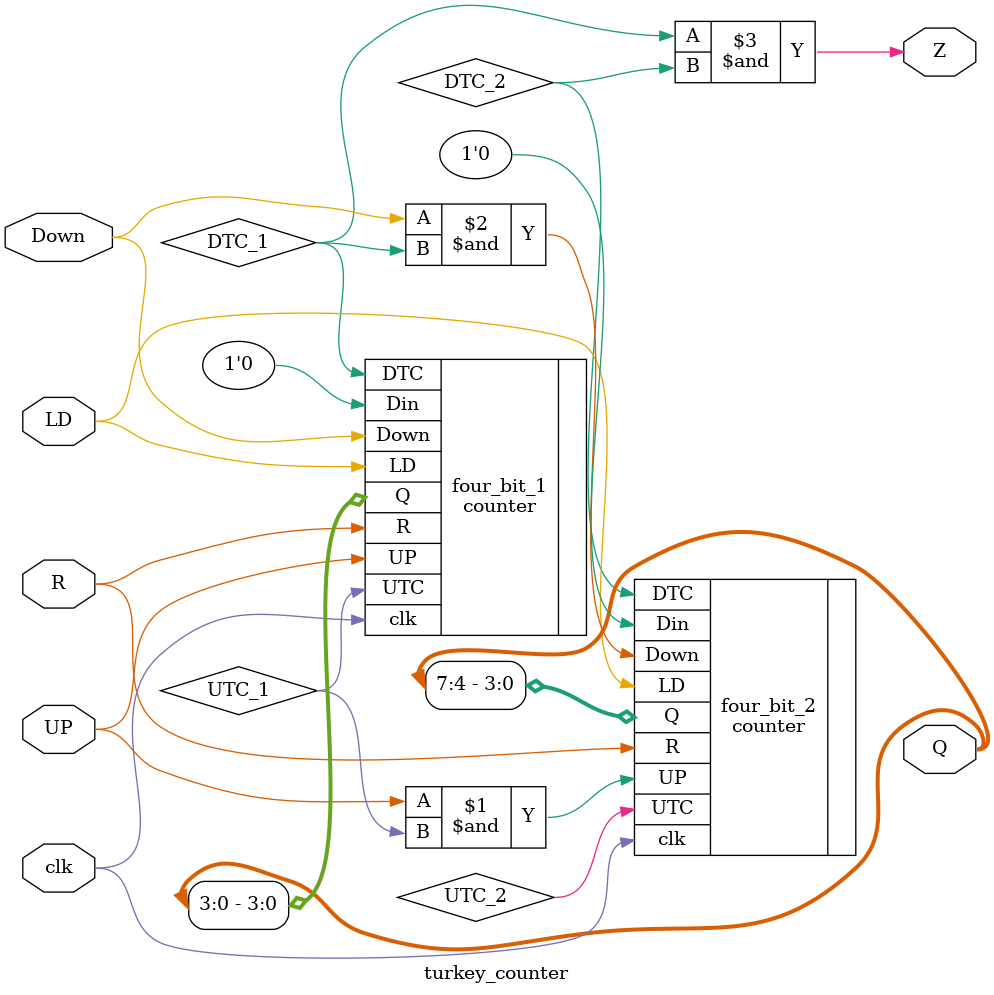
<source format=v>
`timescale 1ns / 1ps


module turkey_counter(
    input clk,
    input R,
    input UP,
    input Down,
    input LD,
    output [7:0] Q,
    output Z //high when all bits are zero
    );
    
    wire UTC_1, UTC_2, DTC_1, DTC_2;
    
    counter four_bit_1 (.clk(clk), .Din(1'b0), .R(R), .LD(LD), .UP(UP), .Down(Down), .Q(Q[3:0]), .UTC(UTC_1), .DTC(DTC_1));
    counter four_bit_2 (.clk(clk), .Din(1'b0), .R(R), .LD(LD), .UP(UP & UTC_1), .Down(Down & DTC_1), .Q(Q[7:4]), .UTC(UTC_2), .DTC(DTC_2));
    
    assign Z = (DTC_1 & DTC_2);
endmodule


</source>
